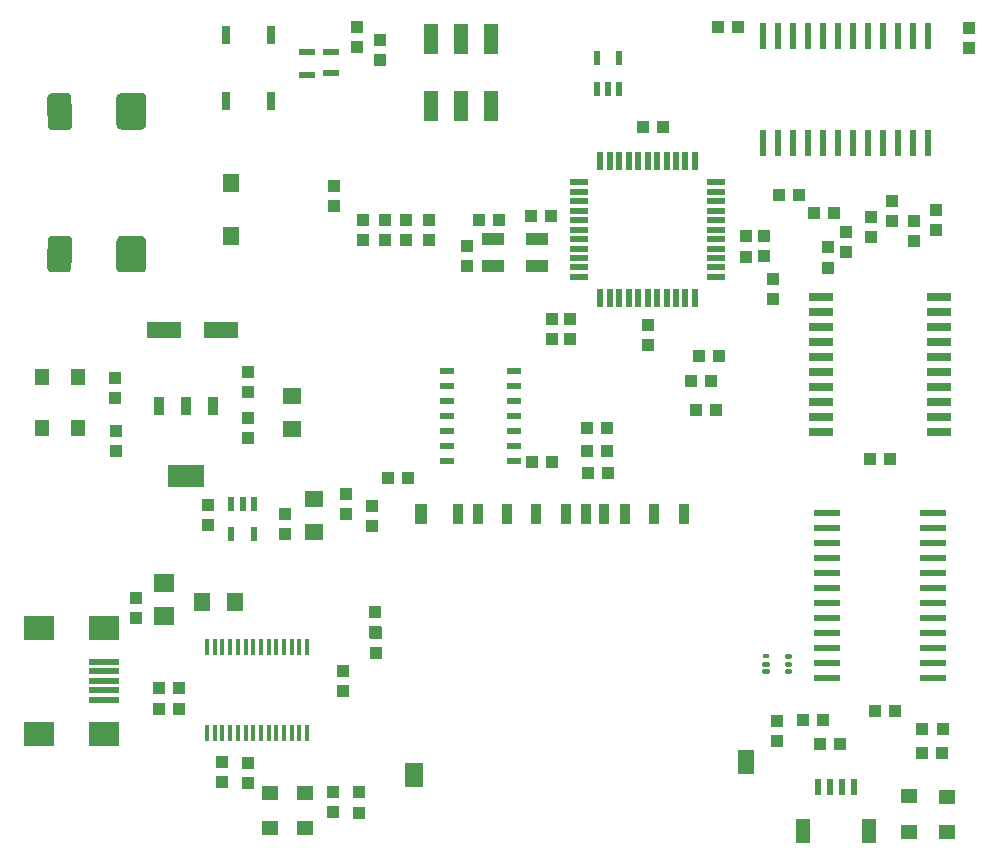
<source format=gbr>
G04 EAGLE Gerber RS-274X export*
G75*
%MOMM*%
%FSLAX34Y34*%
%LPD*%
%INSolderpaste Top*%
%IPPOS*%
%AMOC8*
5,1,8,0,0,1.08239X$1,22.5*%
G01*
%ADD10R,1.000000X1.100000*%
%ADD11R,1.100000X1.000000*%
%ADD12R,1.400000X1.200000*%
%ADD13R,0.762000X1.524000*%
%ADD14R,1.200000X0.600000*%
%ADD15R,0.900000X1.800000*%
%ADD16R,1.400000X2.000000*%
%ADD17R,1.527000X2.000000*%
%ADD18R,1.100000X1.800000*%
%ADD19R,1.400000X1.600000*%
%ADD20R,1.800000X1.600000*%
%ADD21R,0.550000X1.200000*%
%ADD22R,1.500000X0.500000*%
%ADD23R,0.500000X1.500000*%
%ADD24R,1.600000X1.400000*%
%ADD25R,3.000000X1.400000*%
%ADD26R,0.812800X1.524000*%
%ADD27R,3.124200X1.905000*%
%ADD28R,1.470000X1.524000*%
%ADD29C,0.600000*%
%ADD30R,1.900000X1.100000*%
%ADD31R,1.200000X1.400000*%
%ADD32R,1.270000X2.540000*%
%ADD33R,2.032000X0.660400*%
%ADD34R,2.500000X0.500000*%
%ADD35R,2.500000X2.000000*%
%ADD36R,0.348000X1.397000*%
%ADD37R,1.320800X0.558800*%
%ADD38R,0.558800X2.311400*%
%ADD39R,2.311400X0.558800*%
%ADD40R,0.600000X1.350000*%
%ADD41R,1.200000X2.000000*%
%ADD42R,0.600000X0.420000*%
%ADD43C,0.420000*%

G36*
X111735Y634446D02*
X111735Y634446D01*
X111765Y634451D01*
X111806Y634450D01*
X112647Y634554D01*
X112695Y634569D01*
X112784Y634586D01*
X113582Y634873D01*
X113625Y634898D01*
X113708Y634935D01*
X114423Y635391D01*
X114460Y635425D01*
X114532Y635479D01*
X115128Y636082D01*
X115157Y636123D01*
X115216Y636192D01*
X115664Y636912D01*
X115683Y636958D01*
X115725Y637039D01*
X116003Y637839D01*
X116011Y637889D01*
X116034Y637977D01*
X116128Y638819D01*
X116126Y638850D01*
X116132Y638890D01*
X116132Y661282D01*
X116137Y661993D01*
X116129Y662043D01*
X116123Y662135D01*
X115968Y662834D01*
X115949Y662881D01*
X115922Y662968D01*
X115616Y663616D01*
X115587Y663657D01*
X115542Y663737D01*
X115099Y664300D01*
X115062Y664333D01*
X115000Y664401D01*
X114443Y664851D01*
X114399Y664876D01*
X114323Y664928D01*
X113680Y665243D01*
X113632Y665257D01*
X113547Y665291D01*
X112850Y665455D01*
X112799Y665458D01*
X112704Y665472D01*
X94924Y665472D01*
X94875Y665464D01*
X94770Y665453D01*
X93935Y665245D01*
X93889Y665224D01*
X93802Y665195D01*
X93034Y664806D01*
X92994Y664776D01*
X92916Y664728D01*
X92254Y664178D01*
X92221Y664139D01*
X92156Y664075D01*
X91633Y663392D01*
X91610Y663347D01*
X91560Y663270D01*
X91202Y662487D01*
X91190Y662438D01*
X91158Y662352D01*
X90983Y661509D01*
X90982Y661459D01*
X90970Y661368D01*
X90988Y660513D01*
X90988Y638717D01*
X90993Y638686D01*
X90992Y638645D01*
X91089Y637792D01*
X91103Y637743D01*
X91121Y637652D01*
X91406Y636842D01*
X91431Y636798D01*
X91469Y636714D01*
X91928Y635988D01*
X91963Y635951D01*
X92018Y635877D01*
X92629Y635273D01*
X92670Y635244D01*
X92741Y635184D01*
X93471Y634732D01*
X93518Y634714D01*
X93601Y634671D01*
X94414Y634394D01*
X94463Y634387D01*
X94553Y634364D01*
X95408Y634276D01*
X95439Y634278D01*
X95479Y634273D01*
X111735Y634446D01*
G37*
G36*
X112245Y513336D02*
X112245Y513336D01*
X112350Y513347D01*
X113185Y513555D01*
X113231Y513576D01*
X113318Y513605D01*
X114086Y513994D01*
X114126Y514024D01*
X114204Y514072D01*
X114866Y514622D01*
X114899Y514661D01*
X114964Y514725D01*
X115487Y515408D01*
X115510Y515453D01*
X115560Y515530D01*
X115918Y516313D01*
X115930Y516362D01*
X115962Y516448D01*
X116137Y517291D01*
X116138Y517341D01*
X116150Y517432D01*
X116132Y518287D01*
X116132Y540083D01*
X116127Y540114D01*
X116128Y540155D01*
X116031Y541008D01*
X116017Y541057D01*
X115999Y541148D01*
X115714Y541958D01*
X115689Y542002D01*
X115651Y542086D01*
X115192Y542812D01*
X115157Y542849D01*
X115102Y542923D01*
X114491Y543527D01*
X114450Y543556D01*
X114379Y543616D01*
X113649Y544068D01*
X113602Y544086D01*
X113519Y544129D01*
X112706Y544406D01*
X112657Y544413D01*
X112567Y544436D01*
X111712Y544524D01*
X111681Y544522D01*
X111641Y544527D01*
X95385Y544354D01*
X95355Y544349D01*
X95314Y544350D01*
X94473Y544246D01*
X94425Y544231D01*
X94336Y544214D01*
X93538Y543927D01*
X93495Y543902D01*
X93412Y543865D01*
X92697Y543409D01*
X92660Y543375D01*
X92588Y543321D01*
X91992Y542718D01*
X91963Y542677D01*
X91904Y542608D01*
X91456Y541888D01*
X91437Y541842D01*
X91395Y541761D01*
X91117Y540961D01*
X91109Y540911D01*
X91086Y540823D01*
X90992Y539981D01*
X90994Y539950D01*
X90988Y539910D01*
X90988Y517518D01*
X90983Y516807D01*
X90991Y516757D01*
X90997Y516665D01*
X91152Y515966D01*
X91171Y515919D01*
X91198Y515832D01*
X91504Y515184D01*
X91533Y515143D01*
X91578Y515063D01*
X92021Y514500D01*
X92058Y514467D01*
X92121Y514399D01*
X92677Y513949D01*
X92721Y513924D01*
X92797Y513872D01*
X93440Y513557D01*
X93488Y513543D01*
X93573Y513509D01*
X94270Y513345D01*
X94321Y513342D01*
X94416Y513328D01*
X112196Y513328D01*
X112245Y513336D01*
G37*
G36*
X48745Y513336D02*
X48745Y513336D01*
X48850Y513347D01*
X49685Y513555D01*
X49731Y513576D01*
X49818Y513605D01*
X50586Y513994D01*
X50626Y514024D01*
X50704Y514072D01*
X51366Y514622D01*
X51399Y514661D01*
X51464Y514725D01*
X51987Y515408D01*
X52010Y515453D01*
X52060Y515530D01*
X52418Y516313D01*
X52430Y516362D01*
X52462Y516448D01*
X52637Y517291D01*
X52638Y517341D01*
X52650Y517432D01*
X52632Y518287D01*
X52632Y533012D01*
X52620Y533081D01*
X52620Y533083D01*
X52619Y533120D01*
X52618Y533121D01*
X52617Y533151D01*
X52600Y533190D01*
X52593Y533233D01*
X52557Y533293D01*
X52530Y533358D01*
X52500Y533389D01*
X52478Y533426D01*
X52424Y533470D01*
X52376Y533521D01*
X52338Y533540D01*
X52304Y533567D01*
X52238Y533590D01*
X52175Y533621D01*
X52126Y533628D01*
X52092Y533639D01*
X52050Y533638D01*
X51989Y533646D01*
X33193Y533392D01*
X33133Y533380D01*
X33071Y533379D01*
X33024Y533359D01*
X32973Y533350D01*
X32921Y533317D01*
X32864Y533294D01*
X32826Y533260D01*
X32782Y533233D01*
X32743Y533185D01*
X32698Y533143D01*
X32674Y533097D01*
X32643Y533057D01*
X32624Y532998D01*
X32595Y532943D01*
X32586Y532883D01*
X32574Y532843D01*
X32575Y532807D01*
X32568Y532758D01*
X32568Y517518D01*
X32563Y516807D01*
X32571Y516757D01*
X32577Y516665D01*
X32732Y515966D01*
X32751Y515919D01*
X32778Y515832D01*
X33084Y515184D01*
X33113Y515143D01*
X33158Y515063D01*
X33601Y514500D01*
X33638Y514467D01*
X33701Y514399D01*
X34257Y513949D01*
X34301Y513924D01*
X34377Y513872D01*
X35020Y513557D01*
X35068Y513543D01*
X35153Y513509D01*
X35850Y513345D01*
X35901Y513342D01*
X35996Y513328D01*
X48696Y513328D01*
X48745Y513336D01*
G37*
G36*
X52007Y645408D02*
X52007Y645408D01*
X52067Y645420D01*
X52129Y645421D01*
X52176Y645441D01*
X52227Y645450D01*
X52280Y645483D01*
X52336Y645506D01*
X52374Y645540D01*
X52418Y645567D01*
X52457Y645615D01*
X52502Y645657D01*
X52526Y645703D01*
X52558Y645743D01*
X52576Y645802D01*
X52605Y645857D01*
X52614Y645917D01*
X52627Y645957D01*
X52625Y645993D01*
X52632Y646042D01*
X52632Y661282D01*
X52637Y661993D01*
X52629Y662043D01*
X52623Y662135D01*
X52468Y662834D01*
X52449Y662881D01*
X52422Y662968D01*
X52116Y663616D01*
X52087Y663657D01*
X52042Y663737D01*
X51599Y664300D01*
X51562Y664333D01*
X51500Y664401D01*
X50943Y664851D01*
X50899Y664876D01*
X50823Y664928D01*
X50180Y665243D01*
X50132Y665257D01*
X50047Y665291D01*
X49350Y665455D01*
X49299Y665458D01*
X49204Y665472D01*
X36504Y665472D01*
X36455Y665464D01*
X36350Y665453D01*
X35515Y665245D01*
X35469Y665224D01*
X35382Y665195D01*
X34614Y664806D01*
X34574Y664776D01*
X34496Y664728D01*
X33834Y664178D01*
X33801Y664139D01*
X33736Y664075D01*
X33213Y663392D01*
X33190Y663347D01*
X33140Y663270D01*
X32782Y662487D01*
X32770Y662438D01*
X32738Y662352D01*
X32563Y661509D01*
X32562Y661459D01*
X32550Y661368D01*
X32568Y660513D01*
X32568Y645788D01*
X32580Y645719D01*
X32583Y645649D01*
X32600Y645610D01*
X32607Y645567D01*
X32643Y645507D01*
X32670Y645442D01*
X32700Y645411D01*
X32722Y645374D01*
X32776Y645330D01*
X32824Y645279D01*
X32862Y645260D01*
X32896Y645233D01*
X32962Y645210D01*
X33025Y645179D01*
X33074Y645172D01*
X33108Y645161D01*
X33150Y645162D01*
X33211Y645154D01*
X52007Y645408D01*
G37*
D10*
X639420Y543900D03*
X639420Y526900D03*
D11*
X773200Y106820D03*
X790200Y106820D03*
D10*
X314450Y710400D03*
X314450Y693400D03*
D11*
X537100Y636700D03*
X554100Y636700D03*
D12*
X762370Y69800D03*
X762370Y39800D03*
D13*
X183750Y658760D03*
X183750Y714640D03*
X221850Y658760D03*
X221850Y714640D03*
D11*
X489900Y343500D03*
X506900Y343500D03*
X337900Y339500D03*
X320900Y339500D03*
X489400Y362400D03*
X506400Y362400D03*
D14*
X427200Y353300D03*
X427200Y366000D03*
X427200Y378700D03*
X427200Y391400D03*
X427200Y404100D03*
X427200Y416800D03*
X427200Y429500D03*
X371200Y429500D03*
X371200Y416800D03*
X371200Y404100D03*
X371200Y391400D03*
X371200Y378700D03*
X371200Y366000D03*
X371200Y353300D03*
D11*
X489400Y381900D03*
X506400Y381900D03*
D15*
X546300Y309200D03*
X521300Y309200D03*
X503800Y309200D03*
X488800Y309200D03*
X471300Y309200D03*
X446300Y309200D03*
X421300Y309200D03*
X397100Y309200D03*
X380100Y309200D03*
D16*
X623560Y99200D03*
D17*
X342710Y87700D03*
D18*
X348600Y309200D03*
D15*
X571300Y309200D03*
D10*
X107300Y220600D03*
X107300Y237600D03*
X274600Y73400D03*
X274600Y56400D03*
X475100Y473900D03*
X475100Y456900D03*
X459600Y473900D03*
X459600Y456900D03*
X202700Y98400D03*
X202700Y81400D03*
D19*
X191600Y234000D03*
X163600Y234000D03*
D11*
X126600Y161500D03*
X143600Y161500D03*
X126600Y144000D03*
X143600Y144000D03*
D10*
X180400Y98600D03*
X180400Y81600D03*
D12*
X221000Y42700D03*
X221000Y72700D03*
X251000Y42700D03*
X251000Y72700D03*
D20*
X131500Y222600D03*
X131500Y250600D03*
D21*
X497700Y668799D03*
X507200Y668799D03*
X516700Y668799D03*
X516700Y694801D03*
X497700Y694801D03*
D22*
X482700Y589600D03*
X482700Y581600D03*
X482700Y573600D03*
X482700Y565600D03*
X482700Y557600D03*
X482700Y549600D03*
X482700Y541600D03*
X482700Y533600D03*
X482700Y525600D03*
X482700Y517600D03*
X482700Y509600D03*
D23*
X500700Y491600D03*
X508700Y491600D03*
X516700Y491600D03*
X524700Y491600D03*
X532700Y491600D03*
X540700Y491600D03*
X548700Y491600D03*
X556700Y491600D03*
X564700Y491600D03*
X572700Y491600D03*
X580700Y491600D03*
D22*
X598700Y509600D03*
X598700Y517600D03*
X598700Y525600D03*
X598700Y533600D03*
X598700Y541600D03*
X598700Y549600D03*
X598700Y557600D03*
X598700Y565600D03*
X598700Y573600D03*
X598700Y581600D03*
X598700Y589600D03*
D23*
X580700Y607600D03*
X572700Y607600D03*
X564700Y607600D03*
X556700Y607600D03*
X548700Y607600D03*
X540700Y607600D03*
X532700Y607600D03*
X524700Y607600D03*
X516700Y607600D03*
X508700Y607600D03*
X500700Y607600D03*
D10*
X646500Y490800D03*
X646500Y507800D03*
X540600Y452200D03*
X540600Y469200D03*
D11*
X441800Y561200D03*
X458800Y561200D03*
D10*
X623700Y543800D03*
X623700Y526800D03*
D24*
X239900Y408600D03*
X239900Y380600D03*
D10*
X168500Y316400D03*
X168500Y299400D03*
D25*
X179500Y464500D03*
X131500Y464500D03*
D21*
X207300Y317601D03*
X197800Y317601D03*
X188300Y317601D03*
X188300Y291599D03*
X207300Y291599D03*
D10*
X234000Y292100D03*
X234000Y309100D03*
D26*
X172507Y400200D03*
X149800Y400200D03*
X126915Y400200D03*
D27*
X149800Y340790D03*
D10*
X202500Y428800D03*
X202500Y411800D03*
X202500Y390300D03*
X202500Y373300D03*
D24*
X258300Y321800D03*
X258300Y293800D03*
D28*
X188300Y589370D03*
X188300Y543830D03*
D29*
X49600Y637400D02*
X35600Y637400D01*
X35600Y655400D01*
X49600Y655400D01*
X49600Y637400D01*
X49600Y643100D02*
X35600Y643100D01*
X35600Y648800D02*
X49600Y648800D01*
X49600Y654500D02*
X35600Y654500D01*
X35600Y523400D02*
X49600Y523400D01*
X35600Y523400D02*
X35600Y541400D01*
X49600Y541400D01*
X49600Y523400D01*
X49600Y529100D02*
X35600Y529100D01*
X35600Y534800D02*
X49600Y534800D01*
X49600Y540500D02*
X35600Y540500D01*
X96600Y637400D02*
X110600Y637400D01*
X96600Y637400D02*
X96600Y655400D01*
X110600Y655400D01*
X110600Y637400D01*
X110600Y643100D02*
X96600Y643100D01*
X96600Y648800D02*
X110600Y648800D01*
X110600Y654500D02*
X96600Y654500D01*
X96600Y523400D02*
X110600Y523400D01*
X96600Y523400D02*
X96600Y541400D01*
X110600Y541400D01*
X110600Y523400D01*
X110600Y529100D02*
X96600Y529100D01*
X96600Y534800D02*
X110600Y534800D01*
X110600Y540500D02*
X96600Y540500D01*
D30*
X447000Y541800D03*
X410000Y518800D03*
X447000Y518800D03*
X410000Y541800D03*
D11*
X397700Y558000D03*
X414700Y558000D03*
D10*
X388100Y535800D03*
X388100Y518800D03*
X296000Y73100D03*
X296000Y56100D03*
X89400Y424100D03*
X89400Y407100D03*
D31*
X58100Y424800D03*
X28100Y424800D03*
D10*
X90300Y379100D03*
X90300Y362100D03*
D31*
X58100Y381400D03*
X28100Y381400D03*
D11*
X773400Y127200D03*
X790400Y127200D03*
D12*
X794000Y69600D03*
X794000Y39600D03*
D11*
X600600Y721400D03*
X617600Y721400D03*
D10*
X812500Y703400D03*
X812500Y720400D03*
X355600Y540900D03*
X355600Y557900D03*
X318700Y540900D03*
X318700Y557900D03*
X299300Y540900D03*
X299300Y557900D03*
X336500Y540800D03*
X336500Y557800D03*
X275400Y586700D03*
X275400Y569700D03*
D11*
X750000Y142000D03*
X733000Y142000D03*
X443000Y353000D03*
X460000Y353000D03*
D10*
X307500Y299000D03*
X307500Y316000D03*
X285000Y309000D03*
X285000Y326000D03*
D32*
X407900Y711000D03*
X407900Y654000D03*
X382500Y711000D03*
X382500Y654000D03*
X357100Y711000D03*
X357100Y654000D03*
D33*
X787792Y377850D03*
X787792Y390550D03*
X787792Y403250D03*
X787792Y415950D03*
X787792Y428650D03*
X787792Y441350D03*
X787792Y454050D03*
X787792Y466750D03*
X687208Y466750D03*
X687208Y454050D03*
X687208Y441350D03*
X687208Y428650D03*
X687208Y415950D03*
X687208Y403250D03*
X687208Y390550D03*
X687208Y377850D03*
X787792Y479450D03*
X787792Y492150D03*
X687208Y479450D03*
X687208Y492150D03*
D11*
X746000Y355000D03*
X729000Y355000D03*
X601000Y443000D03*
X584000Y443000D03*
D34*
X80000Y167500D03*
X80000Y175500D03*
X80000Y151500D03*
X80000Y159500D03*
D35*
X25000Y122500D03*
X25000Y212500D03*
X80000Y122500D03*
X80000Y212500D03*
D34*
X80000Y183500D03*
D36*
X252250Y123440D03*
X245750Y123440D03*
X239250Y123440D03*
X232750Y123440D03*
X226250Y123440D03*
X219750Y123440D03*
X213250Y123440D03*
X200250Y123440D03*
X206750Y123440D03*
X193750Y123440D03*
X187250Y123440D03*
X180750Y123440D03*
X174250Y123440D03*
X167750Y123440D03*
X252250Y196560D03*
X245750Y196560D03*
X239250Y196560D03*
X232750Y196560D03*
X226250Y196560D03*
X219750Y196560D03*
X213250Y196560D03*
X206750Y196560D03*
X200250Y196560D03*
X193750Y196560D03*
X187250Y196560D03*
X180750Y196560D03*
X174250Y196560D03*
X167750Y196560D03*
D10*
X282500Y176000D03*
X282500Y159000D03*
D37*
X272660Y682253D03*
X272660Y699652D03*
X252340Y699652D03*
X252340Y680348D03*
D10*
X295000Y721000D03*
X295000Y704000D03*
X785000Y549500D03*
X785000Y566500D03*
X766000Y540000D03*
X766000Y557000D03*
X748000Y557000D03*
X748000Y574000D03*
X730000Y543000D03*
X730000Y560000D03*
D11*
X669000Y579000D03*
X652000Y579000D03*
X698500Y564000D03*
X681500Y564000D03*
D10*
X709000Y530500D03*
X709000Y547500D03*
X693000Y517500D03*
X693000Y534500D03*
D38*
X638650Y622788D03*
X651350Y622788D03*
X664050Y622788D03*
X676750Y622788D03*
X689450Y622788D03*
X702150Y622788D03*
X714850Y622788D03*
X727550Y622788D03*
X740250Y622788D03*
X752950Y622788D03*
X765650Y622788D03*
X778350Y622788D03*
X778350Y713212D03*
X765650Y713212D03*
X752950Y713212D03*
X740250Y713212D03*
X727550Y713212D03*
X714850Y713212D03*
X702150Y713212D03*
X689450Y713212D03*
X676750Y713212D03*
X664050Y713212D03*
X651350Y713212D03*
X638650Y713212D03*
D39*
X782712Y170150D03*
X782712Y182850D03*
X782712Y195550D03*
X782712Y208250D03*
X782712Y220950D03*
X782712Y233650D03*
X782712Y246350D03*
X782712Y259050D03*
X782712Y271750D03*
X782712Y284450D03*
X782712Y297150D03*
X782712Y309850D03*
X692288Y309850D03*
X692288Y297150D03*
X692288Y284450D03*
X692288Y271750D03*
X692288Y259050D03*
X692288Y246350D03*
X692288Y233650D03*
X692288Y220950D03*
X692288Y208250D03*
X692288Y195550D03*
X692288Y182850D03*
X692288Y170150D03*
D11*
X686500Y114000D03*
X703500Y114000D03*
X672000Y134500D03*
X689000Y134500D03*
D40*
X685000Y77500D03*
X695000Y77500D03*
X705000Y77500D03*
X715000Y77500D03*
D41*
X728000Y40750D03*
X672000Y40750D03*
D11*
X598500Y397000D03*
X581500Y397000D03*
X594000Y421500D03*
X577000Y421500D03*
D10*
X310500Y191500D03*
X310500Y208500D03*
X310000Y226000D03*
X310000Y209000D03*
X650000Y133500D03*
X650000Y116500D03*
D42*
X640500Y188500D03*
D43*
X639600Y182000D02*
X641400Y182000D01*
X641400Y175500D02*
X639600Y175500D01*
X658600Y175500D02*
X660400Y175500D01*
X660400Y182000D02*
X658600Y182000D01*
X658600Y188500D02*
X660400Y188500D01*
M02*

</source>
